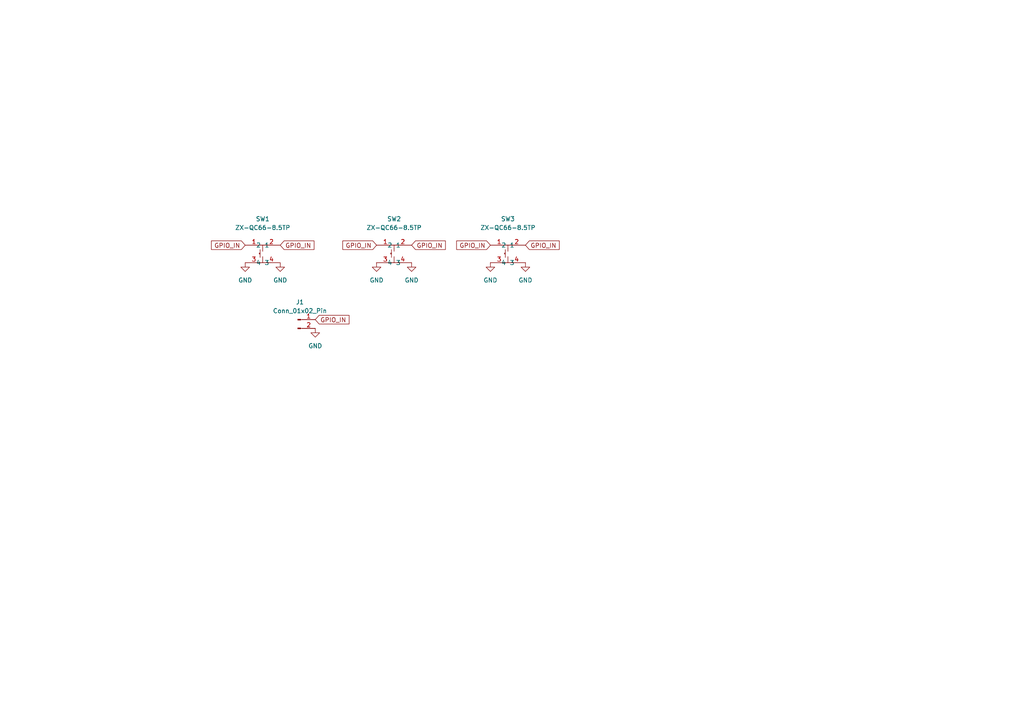
<source format=kicad_sch>
(kicad_sch (version 20250114) (generator "eeschema") (generator_version "9.0")
  (paper "A4")
  (lib_symbols
    (symbol "Connector:Conn_01x02_Pin" (pin_names (offset 1.016) (hide yes))
      (property "Reference" "J" (at 0 2.54 0))
      (property "Value" "Conn_01x02_Pin" (at 0 -5.08 0))
      (symbol "Conn_01x02_Pin_1_1"
        (rectangle (start 0.8636 0.127) (end 0 -0.127) (stroke (width 0.1524)) (fill (type outline)))
        (rectangle (start 0.8636 -2.413) (end 0 -2.667) (stroke (width 0.1524)) (fill (type outline)))
        (polyline (pts (xy 1.27 0) (xy 0.8636 0)) (stroke (width 0.1524)))
        (polyline (pts (xy 1.27 -2.54) (xy 0.8636 -2.54)) (stroke (width 0.1524)))
        (pin passive line (at 5.08 0 180) (length 3.81) (name "Pin_1") (number "1"))
        (pin passive line (at 5.08 -2.54 180) (length 3.81) (name "Pin_2") (number "2"))
      )
    )
    (symbol "EASYEDA2KICAD:ZX-QC66-8.5TP"
      (property "Reference" "SW" (at 0 7.62 0))
      (property "Value" "ZX-QC66-8.5TP" (at 0 -7.62 0))
      (symbol "ZX-QC66-8.5TP_0_1"
        (polyline (pts (xy -2.54 2.54) (xy 2.54 2.54)))
        (polyline (pts (xy -2.54 -2.54) (xy 2.54 -2.54)))
        (polyline (pts (xy -0.76 1.27) (xy -0.76 -1.02)))
        (polyline (pts (xy -0.76 0.25) (xy -1.02 0.25) (xy -1.02 0) (xy -0.76 0)))
        (polyline (pts (xy 0 2.54) (xy 0 1.52)))
        (polyline (pts (xy 0 1.52) (xy 0 0.76)))
        (polyline (pts (xy 0 -2.54) (xy 0 -0.76)))
        (pin unspecified line (at -5.08 2.54 0) (length 5.08) (name "1") (number "1"))
        (pin unspecified line (at -5.08 -2.54 0) (length 5.08) (name "3") (number "3"))
        (pin unspecified line (at 5.08 2.54 180) (length 5.08) (name "2") (number "2"))
        (pin unspecified line (at 5.08 -2.54 180) (length 5.08) (name "4") (number "4"))
      )
    )
    (symbol "power:GND" (power) (pin_numbers (hide yes)) (pin_names (offset 0) (hide yes))
      (property "Value" "GND" (at 0 -3.81 0))
      (symbol "GND_0_1"
        (polyline (pts (xy 0 0) (xy 0 -1.27) (xy 1.27 -1.27) (xy 0 -2.54) (xy -1.27 -1.27) (xy 0 -1.27)))
      )
      (symbol "GND_1_1"
        (pin power_in line (at 0 0 270) (length 0) (name "~") (number "1"))
      )
    )
  )
  (global_label "GPIO_IN" (shape input) (at 142.24 71.12 180) (property "Intersheetrefs" "${INTERSHEET_REFS}" (effects (hide yes))))
  (global_label "GPIO_IN" (shape input) (at 91.44 92.71 0) (property "Intersheetrefs" "${INTERSHEET_REFS}" (effects (hide yes))))
  (global_label "GPIO_IN" (shape input) (at 152.4 71.12 0) (property "Intersheetrefs" "${INTERSHEET_REFS}" (effects (hide yes))))
  (global_label "GPIO_IN" (shape input) (at 109.22 71.12 180) (property "Intersheetrefs" "${INTERSHEET_REFS}" (effects (hide yes))))
  (global_label "GPIO_IN" (shape input) (at 81.28 71.12 0) (property "Intersheetrefs" "${INTERSHEET_REFS}" (effects (hide yes))))
  (global_label "GPIO_IN" (shape input) (at 71.12 71.12 180) (property "Intersheetrefs" "${INTERSHEET_REFS}" (effects (hide yes))))
  (global_label "GPIO_IN" (shape input) (at 119.38 71.12 0) (property "Intersheetrefs" "${INTERSHEET_REFS}" (effects (hide yes))))
  (symbol (lib_id "power:GND") (at 91.44 95.25 0) (unit 1)
    (property "Reference" "#PWR07" (effects (hide yes)))
    (property "Value" "GND" (at 91.44 100.33 0))
    (property "Description" "Power symbol creates a global label with name \"GND\" , ground" (effects (hide yes)))
  )
  (symbol (lib_id "power:GND") (at 119.38 76.2 0) (unit 1)
    (property "Reference" "#PWR04" (effects (hide yes)))
    (property "Value" "GND" (at 119.38 81.28 0))
    (property "Description" "Power symbol creates a global label with name \"GND\" , ground" (effects (hide yes)))
  )
  (symbol (lib_id "power:GND") (at 142.24 76.2 0) (unit 1)
    (property "Reference" "#PWR05" (effects (hide yes)))
    (property "Value" "GND" (at 142.24 81.28 0))
    (property "Description" "Power symbol creates a global label with name \"GND\" , ground" (effects (hide yes)))
  )
  (symbol (lib_id "power:GND") (at 71.12 76.2 0) (unit 1)
    (property "Reference" "#PWR02" (effects (hide yes)))
    (property "Value" "GND" (at 71.12 81.28 0))
    (property "Description" "Power symbol creates a global label with name \"GND\" , ground" (effects (hide yes)))
  )
  (symbol (lib_id "EASYEDA2KICAD:ZX-QC66-8.5TP") (at 76.2 73.66 0) (unit 1)
    (property "Reference" "SW1" (at 76.2 63.5 0))
    (property "Value" "ZX-QC66-8.5TP" (at 76.2 66.04 0))
    (property "Footprint" "EASYEDA2KICAD:KEY-SMD_4P-L6.0-W6.0-P4.50-LS8.6_H8.5" (effects (hide yes)))
    (property "LCSC Part" "C7470159" (effects (hide yes)))
  )
  (symbol (lib_id "EASYEDA2KICAD:ZX-QC66-8.5TP") (at 147.32 73.66 0) (unit 1)
    (property "Reference" "SW3" (at 147.32 63.5 0))
    (property "Value" "ZX-QC66-8.5TP" (at 147.32 66.04 0))
    (property "Footprint" "EASYEDA2KICAD:KEY-SMD_4P-L6.0-W6.0-P4.50-LS8.6_H8.5" (effects (hide yes)))
    (property "LCSC Part" "C7470159" (effects (hide yes)))
  )
  (symbol (lib_id "power:GND") (at 81.28 76.2 0) (unit 1)
    (property "Reference" "#PWR01" (effects (hide yes)))
    (property "Value" "GND" (at 81.28 81.28 0))
    (property "Description" "Power symbol creates a global label with name \"GND\" , ground" (effects (hide yes)))
  )
  (symbol (lib_id "EASYEDA2KICAD:ZX-QC66-8.5TP") (at 114.3 73.66 0) (unit 1)
    (property "Reference" "SW2" (at 114.3 63.5 0))
    (property "Value" "ZX-QC66-8.5TP" (at 114.3 66.04 0))
    (property "Footprint" "EASYEDA2KICAD:KEY-SMD_4P-L6.0-W6.0-P4.50-LS8.6_H8.5" (effects (hide yes)))
    (property "LCSC Part" "C7470159" (effects (hide yes)))
  )
  (symbol (lib_id "power:GND") (at 109.22 76.2 0) (unit 1)
    (property "Reference" "#PWR03" (effects (hide yes)))
    (property "Value" "GND" (at 109.22 81.28 0))
    (property "Description" "Power symbol creates a global label with name \"GND\" , ground" (effects (hide yes)))
  )
  (symbol (lib_id "Connector:Conn_01x02_Pin") (at 86.36 92.71 0) (unit 1)
    (property "Reference" "J1" (at 86.995 87.63 0))
    (property "Value" "Conn_01x02_Pin" (at 86.995 90.17 0))
    (property "Footprint" "TestPoint:TestPoint_Pad_3.0x3.0mm" (effects (hide yes)))
    (property "Description" "Generic connector, single row, 01x02, script generated" (effects (hide yes)))
  )
  (symbol (lib_id "power:GND") (at 152.4 76.2 0) (unit 1)
    (property "Reference" "#PWR06" (effects (hide yes)))
    (property "Value" "GND" (at 152.4 81.28 0))
    (property "Description" "Power symbol creates a global label with name \"GND\" , ground" (effects (hide yes)))
  )
)
</source>
